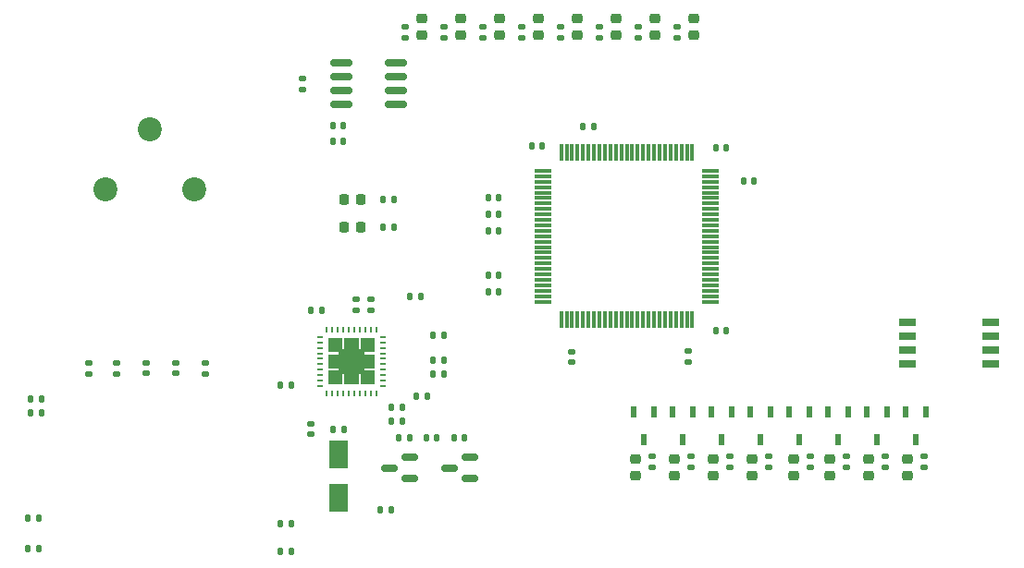
<source format=gtp>
G04 #@! TF.GenerationSoftware,KiCad,Pcbnew,(6.0.10)*
G04 #@! TF.CreationDate,2023-05-06T14:56:34+10:00*
G04 #@! TF.ProjectId,jms_ufe_controller,6a6d735f-7566-4655-9f63-6f6e74726f6c,rev?*
G04 #@! TF.SameCoordinates,Original*
G04 #@! TF.FileFunction,Paste,Top*
G04 #@! TF.FilePolarity,Positive*
%FSLAX46Y46*%
G04 Gerber Fmt 4.6, Leading zero omitted, Abs format (unit mm)*
G04 Created by KiCad (PCBNEW (6.0.10)) date 2023-05-06 14:56:34*
%MOMM*%
%LPD*%
G01*
G04 APERTURE LIST*
G04 Aperture macros list*
%AMRoundRect*
0 Rectangle with rounded corners*
0 $1 Rounding radius*
0 $2 $3 $4 $5 $6 $7 $8 $9 X,Y pos of 4 corners*
0 Add a 4 corners polygon primitive as box body*
4,1,4,$2,$3,$4,$5,$6,$7,$8,$9,$2,$3,0*
0 Add four circle primitives for the rounded corners*
1,1,$1+$1,$2,$3*
1,1,$1+$1,$4,$5*
1,1,$1+$1,$6,$7*
1,1,$1+$1,$8,$9*
0 Add four rect primitives between the rounded corners*
20,1,$1+$1,$2,$3,$4,$5,0*
20,1,$1+$1,$4,$5,$6,$7,0*
20,1,$1+$1,$6,$7,$8,$9,0*
20,1,$1+$1,$8,$9,$2,$3,0*%
G04 Aperture macros list end*
%ADD10RoundRect,0.135000X0.185000X-0.135000X0.185000X0.135000X-0.185000X0.135000X-0.185000X-0.135000X0*%
%ADD11R,0.600000X1.070000*%
%ADD12RoundRect,0.218750X-0.256250X0.218750X-0.256250X-0.218750X0.256250X-0.218750X0.256250X0.218750X0*%
%ADD13RoundRect,0.135000X-0.135000X-0.185000X0.135000X-0.185000X0.135000X0.185000X-0.135000X0.185000X0*%
%ADD14RoundRect,0.218750X-0.218750X-0.256250X0.218750X-0.256250X0.218750X0.256250X-0.218750X0.256250X0*%
%ADD15R,1.800000X2.500000*%
%ADD16RoundRect,0.135000X-0.185000X0.135000X-0.185000X-0.135000X0.185000X-0.135000X0.185000X0.135000X0*%
%ADD17RoundRect,0.150000X0.587500X0.150000X-0.587500X0.150000X-0.587500X-0.150000X0.587500X-0.150000X0*%
%ADD18RoundRect,0.075000X-0.725000X-0.075000X0.725000X-0.075000X0.725000X0.075000X-0.725000X0.075000X0*%
%ADD19RoundRect,0.075000X-0.075000X-0.725000X0.075000X-0.725000X0.075000X0.725000X-0.075000X0.725000X0*%
%ADD20RoundRect,0.140000X-0.140000X-0.170000X0.140000X-0.170000X0.140000X0.170000X-0.140000X0.170000X0*%
%ADD21RoundRect,0.140000X0.140000X0.170000X-0.140000X0.170000X-0.140000X-0.170000X0.140000X-0.170000X0*%
%ADD22RoundRect,0.135000X0.135000X0.185000X-0.135000X0.185000X-0.135000X-0.185000X0.135000X-0.185000X0*%
%ADD23RoundRect,0.125000X-0.174999X-0.000001X-0.174999X0.000001X0.174999X0.000001X0.174999X-0.000001X0*%
%ADD24RoundRect,0.125000X0.000001X-0.174999X-0.000001X-0.174999X-0.000001X0.174999X0.000001X0.174999X0*%
%ADD25RoundRect,0.140000X0.170000X-0.140000X0.170000X0.140000X-0.170000X0.140000X-0.170000X-0.140000X0*%
%ADD26RoundRect,0.140000X-0.170000X0.140000X-0.170000X-0.140000X0.170000X-0.140000X0.170000X0.140000X0*%
%ADD27C,2.200000*%
%ADD28R,1.600000X0.760000*%
%ADD29RoundRect,0.150000X0.825000X0.150000X-0.825000X0.150000X-0.825000X-0.150000X0.825000X-0.150000X0*%
G04 APERTURE END LIST*
G36*
X137920419Y-94151082D02*
G01*
X137927593Y-94151931D01*
X137934678Y-94153340D01*
X137941631Y-94155301D01*
X137948408Y-94157801D01*
X137954968Y-94160825D01*
X137961271Y-94164355D01*
X137967277Y-94168368D01*
X137972950Y-94172841D01*
X137978255Y-94177744D01*
X137983158Y-94183049D01*
X137987631Y-94188722D01*
X137991644Y-94194728D01*
X137995174Y-94201031D01*
X137998198Y-94207591D01*
X138000698Y-94214368D01*
X138002659Y-94221321D01*
X138004068Y-94228406D01*
X138004917Y-94235580D01*
X138005201Y-94242798D01*
X138005201Y-96358799D01*
X138004917Y-96366017D01*
X138004068Y-96373191D01*
X138002659Y-96380276D01*
X138000698Y-96387229D01*
X137998198Y-96394006D01*
X137995174Y-96400566D01*
X137991644Y-96406869D01*
X137987631Y-96412875D01*
X137983158Y-96418548D01*
X137978255Y-96423853D01*
X137972950Y-96428756D01*
X137967277Y-96433229D01*
X137961271Y-96437242D01*
X137954968Y-96440772D01*
X137948408Y-96443796D01*
X137941631Y-96446296D01*
X137934678Y-96448257D01*
X137927593Y-96449666D01*
X137920419Y-96450515D01*
X137913201Y-96450799D01*
X135797200Y-96450799D01*
X135797200Y-96450800D01*
X135789982Y-96450516D01*
X135782808Y-96449667D01*
X135775723Y-96448258D01*
X135768770Y-96446297D01*
X135761993Y-96443796D01*
X135755433Y-96440772D01*
X135749130Y-96437242D01*
X135743124Y-96433229D01*
X135737451Y-96428757D01*
X135732146Y-96423853D01*
X135727243Y-96418548D01*
X135722771Y-96412875D01*
X135718757Y-96406869D01*
X135715228Y-96400566D01*
X135712203Y-96394006D01*
X135709703Y-96387229D01*
X135707742Y-96380276D01*
X135706333Y-96373191D01*
X135705483Y-96366018D01*
X135705200Y-96358799D01*
X135705200Y-94242798D01*
X135705484Y-94235580D01*
X135706333Y-94228406D01*
X135707742Y-94221321D01*
X135709703Y-94214368D01*
X135712203Y-94207591D01*
X135715227Y-94201031D01*
X135718757Y-94194728D01*
X135722770Y-94188722D01*
X135727243Y-94183049D01*
X135732146Y-94177744D01*
X135737451Y-94172841D01*
X135743124Y-94168368D01*
X135749130Y-94164355D01*
X135755433Y-94160825D01*
X135761993Y-94157801D01*
X135768770Y-94155301D01*
X135775723Y-94153340D01*
X135782808Y-94151931D01*
X135789982Y-94151082D01*
X135797200Y-94150798D01*
X137913201Y-94150798D01*
X137920419Y-94151082D01*
G37*
G36*
X137495200Y-97420796D02*
G01*
X136215200Y-97420796D01*
X136215200Y-96140796D01*
X137495200Y-96140796D01*
X137495200Y-97420796D01*
G37*
G36*
X136015205Y-97420796D02*
G01*
X134735205Y-97420796D01*
X134735205Y-96140796D01*
X136015205Y-96140796D01*
X136015205Y-97420796D01*
G37*
G36*
X137495200Y-94460802D02*
G01*
X136215200Y-94460802D01*
X136215200Y-93180802D01*
X137495200Y-93180802D01*
X137495200Y-94460802D01*
G37*
G36*
X137495200Y-95940801D02*
G01*
X136215200Y-95940801D01*
X136215200Y-94660801D01*
X137495200Y-94660801D01*
X137495200Y-95940801D01*
G37*
G36*
X136015205Y-95940801D02*
G01*
X134735205Y-95940801D01*
X134735205Y-94660801D01*
X136015205Y-94660801D01*
X136015205Y-95940801D01*
G37*
G36*
X136015205Y-94460802D02*
G01*
X134735205Y-94460802D01*
X134735205Y-93180802D01*
X136015205Y-93180802D01*
X136015205Y-94460802D01*
G37*
G36*
X138975199Y-95940801D02*
G01*
X137695199Y-95940801D01*
X137695199Y-94660801D01*
X138975199Y-94660801D01*
X138975199Y-95940801D01*
G37*
G36*
X138975199Y-97420796D02*
G01*
X137695199Y-97420796D01*
X137695199Y-96140796D01*
X138975199Y-96140796D01*
X138975199Y-97420796D01*
G37*
G36*
X138975199Y-94460802D02*
G01*
X137695199Y-94460802D01*
X137695199Y-93180802D01*
X138975199Y-93180802D01*
X138975199Y-94460802D01*
G37*
D10*
X141783318Y-65646783D03*
X141783318Y-64626783D03*
X145339318Y-65646783D03*
X145339318Y-64626783D03*
X148895318Y-65646783D03*
X148895318Y-64626783D03*
X152451318Y-65646783D03*
X152451318Y-64626783D03*
X156007318Y-65646783D03*
X156007318Y-64626783D03*
X159563318Y-65646783D03*
X159563318Y-64626783D03*
X163121318Y-65646783D03*
X163121318Y-64626783D03*
X166675318Y-65646783D03*
X166675318Y-64626783D03*
D11*
X178801318Y-99964783D03*
X176901318Y-99964783D03*
X177851318Y-102444783D03*
X182357318Y-99964783D03*
X180457318Y-99964783D03*
X181407318Y-102444783D03*
X185913318Y-99964783D03*
X184013318Y-99964783D03*
X184963318Y-102444783D03*
X189469318Y-99964783D03*
X187569318Y-99964783D03*
X188519318Y-102444783D03*
X164577318Y-99964783D03*
X162677318Y-99964783D03*
X163627318Y-102444783D03*
X167183318Y-102444783D03*
X166233318Y-99964783D03*
X168133318Y-99964783D03*
X171689318Y-99964783D03*
X169789318Y-99964783D03*
X170739318Y-102444783D03*
X175245318Y-99964783D03*
X173345318Y-99964783D03*
X174295318Y-102444783D03*
D12*
X143307318Y-63841283D03*
X143307318Y-65416283D03*
X146863318Y-63841283D03*
X146863318Y-65416283D03*
X150419318Y-63841283D03*
X150419318Y-65416283D03*
X153975318Y-63841283D03*
X153975318Y-65416283D03*
X157531318Y-63841283D03*
X157531318Y-65416283D03*
X161087318Y-63841283D03*
X161087318Y-65416283D03*
X164643318Y-63841283D03*
X164643318Y-65416283D03*
X168199318Y-63841283D03*
X168199318Y-65416283D03*
D13*
X107236800Y-112420400D03*
X108256800Y-112420400D03*
D14*
X136144000Y-82956400D03*
X137719000Y-82956400D03*
D10*
X112826800Y-96420400D03*
X112826800Y-95400400D03*
D15*
X135686800Y-103816400D03*
X135686800Y-107816400D03*
D13*
X130350800Y-112674400D03*
X131370800Y-112674400D03*
D16*
X164389318Y-103996783D03*
X164389318Y-105016783D03*
D13*
X107188000Y-109626400D03*
X108208000Y-109626400D03*
D12*
X166421318Y-104227283D03*
X166421318Y-105802283D03*
D17*
X142212300Y-106004400D03*
X142212300Y-104104400D03*
X140337300Y-105054400D03*
D13*
X159006000Y-73772783D03*
X157986000Y-73772783D03*
D18*
X154377000Y-77820000D03*
X154377000Y-78320000D03*
X154377000Y-78820000D03*
X154377000Y-79320000D03*
X154377000Y-79820000D03*
X154377000Y-80320000D03*
X154377000Y-80820000D03*
X154377000Y-81320000D03*
X154377000Y-81820000D03*
X154377000Y-82320000D03*
X154377000Y-82820000D03*
X154377000Y-83320000D03*
X154377000Y-83820000D03*
X154377000Y-84320000D03*
X154377000Y-84820000D03*
X154377000Y-85320000D03*
X154377000Y-85820000D03*
X154377000Y-86320000D03*
X154377000Y-86820000D03*
X154377000Y-87320000D03*
X154377000Y-87820000D03*
X154377000Y-88320000D03*
X154377000Y-88820000D03*
X154377000Y-89320000D03*
X154377000Y-89820000D03*
D19*
X156052000Y-91495000D03*
X156552000Y-91495000D03*
X157052000Y-91495000D03*
X157552000Y-91495000D03*
X158052000Y-91495000D03*
X158552000Y-91495000D03*
X159052000Y-91495000D03*
X159552000Y-91495000D03*
X160052000Y-91495000D03*
X160552000Y-91495000D03*
X161052000Y-91495000D03*
X161552000Y-91495000D03*
X162052000Y-91495000D03*
X162552000Y-91495000D03*
X163052000Y-91495000D03*
X163552000Y-91495000D03*
X164052000Y-91495000D03*
X164552000Y-91495000D03*
X165052000Y-91495000D03*
X165552000Y-91495000D03*
X166052000Y-91495000D03*
X166552000Y-91495000D03*
X167052000Y-91495000D03*
X167552000Y-91495000D03*
X168052000Y-91495000D03*
D18*
X169727000Y-89820000D03*
X169727000Y-89320000D03*
X169727000Y-88820000D03*
X169727000Y-88320000D03*
X169727000Y-87820000D03*
X169727000Y-87320000D03*
X169727000Y-86820000D03*
X169727000Y-86320000D03*
X169727000Y-85820000D03*
X169727000Y-85320000D03*
X169727000Y-84820000D03*
X169727000Y-84320000D03*
X169727000Y-83820000D03*
X169727000Y-83320000D03*
X169727000Y-82820000D03*
X169727000Y-82320000D03*
X169727000Y-81820000D03*
X169727000Y-81320000D03*
X169727000Y-80820000D03*
X169727000Y-80320000D03*
X169727000Y-79820000D03*
X169727000Y-79320000D03*
X169727000Y-78820000D03*
X169727000Y-78320000D03*
X169727000Y-77820000D03*
D19*
X168052000Y-76145000D03*
X167552000Y-76145000D03*
X167052000Y-76145000D03*
X166552000Y-76145000D03*
X166052000Y-76145000D03*
X165552000Y-76145000D03*
X165052000Y-76145000D03*
X164552000Y-76145000D03*
X164052000Y-76145000D03*
X163552000Y-76145000D03*
X163052000Y-76145000D03*
X162552000Y-76145000D03*
X162052000Y-76145000D03*
X161552000Y-76145000D03*
X161052000Y-76145000D03*
X160552000Y-76145000D03*
X160052000Y-76145000D03*
X159552000Y-76145000D03*
X159052000Y-76145000D03*
X158552000Y-76145000D03*
X158052000Y-76145000D03*
X157552000Y-76145000D03*
X157052000Y-76145000D03*
X156552000Y-76145000D03*
X156052000Y-76145000D03*
D20*
X144350800Y-92862400D03*
X145310800Y-92862400D03*
D14*
X136144000Y-80416400D03*
X137719000Y-80416400D03*
D20*
X142210964Y-89306400D03*
X143170964Y-89306400D03*
X170208000Y-92456000D03*
X171168000Y-92456000D03*
D10*
X137261600Y-90629200D03*
X137261600Y-89609200D03*
D21*
X150340000Y-83312000D03*
X149380000Y-83312000D03*
D22*
X131370800Y-110134400D03*
X130350800Y-110134400D03*
D10*
X132334000Y-70358000D03*
X132334000Y-69338000D03*
D17*
X147673300Y-106004400D03*
X147673300Y-104104400D03*
X145798300Y-105054400D03*
D13*
X142796800Y-98450400D03*
X143816800Y-98450400D03*
D16*
X185725318Y-103996783D03*
X185725318Y-105016783D03*
X182169318Y-103996783D03*
X182169318Y-105016783D03*
X167945318Y-103996783D03*
X167945318Y-105016783D03*
D12*
X169977318Y-104227283D03*
X169977318Y-105802283D03*
D16*
X178867318Y-103996783D03*
X178867318Y-105016783D03*
D12*
X187757318Y-104227283D03*
X187757318Y-105802283D03*
D22*
X140716000Y-80416400D03*
X139696000Y-80416400D03*
D16*
X175057318Y-103996783D03*
X175057318Y-105016783D03*
D23*
X133955201Y-93050799D03*
X133955201Y-93550798D03*
X133955201Y-94050797D03*
X133955201Y-94550799D03*
X133955201Y-95050798D03*
X133955201Y-95550797D03*
X133955201Y-96050799D03*
X133955201Y-96550798D03*
X133955201Y-97050799D03*
X133955201Y-97550798D03*
D24*
X134605202Y-98200799D03*
X135105201Y-98200799D03*
X135605200Y-98200799D03*
X136105201Y-98200799D03*
X136605201Y-98200799D03*
X137105199Y-98200799D03*
X137605201Y-98200799D03*
X138105200Y-98200799D03*
X138605202Y-98200799D03*
X139105201Y-98200799D03*
D23*
X139755202Y-97550798D03*
X139755202Y-97050799D03*
X139755202Y-96550798D03*
X139755202Y-96050799D03*
X139755202Y-95550797D03*
X139755202Y-95050798D03*
X139755202Y-94550799D03*
X139755202Y-94050797D03*
X139755202Y-93550798D03*
X139755202Y-93050799D03*
D24*
X139105201Y-92400798D03*
X138605202Y-92400798D03*
X138105200Y-92400798D03*
X137605201Y-92400798D03*
X137105199Y-92400798D03*
X136605201Y-92400798D03*
X136105201Y-92400798D03*
X135605200Y-92400798D03*
X135105201Y-92400798D03*
X134605202Y-92400798D03*
D10*
X115368800Y-96420400D03*
X115368800Y-95400400D03*
D20*
X140540800Y-99466400D03*
X141500800Y-99466400D03*
D25*
X120806800Y-96390400D03*
X120806800Y-95430400D03*
D20*
X107520800Y-98704400D03*
X108480800Y-98704400D03*
D21*
X136166800Y-101498400D03*
X135206800Y-101498400D03*
D13*
X144320800Y-96418400D03*
X145340800Y-96418400D03*
D20*
X139524800Y-108864400D03*
X140484800Y-108864400D03*
D16*
X171501318Y-103996783D03*
X171501318Y-105016783D03*
D21*
X136116000Y-75082400D03*
X135156000Y-75082400D03*
D12*
X162865318Y-104227283D03*
X162865318Y-105802283D03*
D25*
X118054800Y-96390400D03*
X118054800Y-95430400D03*
D20*
X140540800Y-100736400D03*
X141500800Y-100736400D03*
D21*
X142163800Y-102260400D03*
X141203800Y-102260400D03*
D20*
X172720000Y-78740000D03*
X173680000Y-78740000D03*
X133175201Y-90576400D03*
X134135201Y-90576400D03*
D13*
X144320800Y-95148400D03*
X145340800Y-95148400D03*
D16*
X189281318Y-103996783D03*
X189281318Y-105016783D03*
D12*
X173533318Y-104227283D03*
X173533318Y-105802283D03*
D21*
X150340000Y-80264000D03*
X149380000Y-80264000D03*
D20*
X130380800Y-97434400D03*
X131340800Y-97434400D03*
D22*
X140720000Y-82956400D03*
X139700000Y-82956400D03*
D21*
X136116000Y-73660000D03*
X135156000Y-73660000D03*
D20*
X143715800Y-102260400D03*
X144675800Y-102260400D03*
D26*
X133146800Y-101018400D03*
X133146800Y-101978400D03*
D27*
X114337925Y-79520900D03*
X122437925Y-79520900D03*
X118387925Y-74020900D03*
D21*
X150334967Y-81788000D03*
X149374967Y-81788000D03*
D26*
X156972000Y-94414400D03*
X156972000Y-95374400D03*
D28*
X195377318Y-95489783D03*
X195377318Y-94219783D03*
X195377318Y-92949783D03*
X195377318Y-91679783D03*
X187757318Y-91679783D03*
X187757318Y-92949783D03*
X187757318Y-94219783D03*
X187757318Y-95489783D03*
D21*
X150340000Y-88900000D03*
X149380000Y-88900000D03*
X150340000Y-87376000D03*
X149380000Y-87376000D03*
X154296164Y-75544000D03*
X153336164Y-75544000D03*
D10*
X123494800Y-96420400D03*
X123494800Y-95400400D03*
D22*
X108510800Y-99974400D03*
X107490800Y-99974400D03*
D12*
X184201318Y-104227283D03*
X184201318Y-105802283D03*
D20*
X170208000Y-75692000D03*
X171168000Y-75692000D03*
D12*
X180645318Y-104227283D03*
X180645318Y-105802283D03*
X177343318Y-104227283D03*
X177343318Y-105802283D03*
D25*
X167691318Y-95334783D03*
X167691318Y-94374783D03*
D29*
X140905000Y-71755000D03*
X140905000Y-70485000D03*
X140905000Y-69215000D03*
X140905000Y-67945000D03*
X135955000Y-67945000D03*
X135955000Y-69215000D03*
X135955000Y-70485000D03*
X135955000Y-71755000D03*
D10*
X138633200Y-90629200D03*
X138633200Y-89609200D03*
D21*
X147215800Y-102260400D03*
X146255800Y-102260400D03*
M02*

</source>
